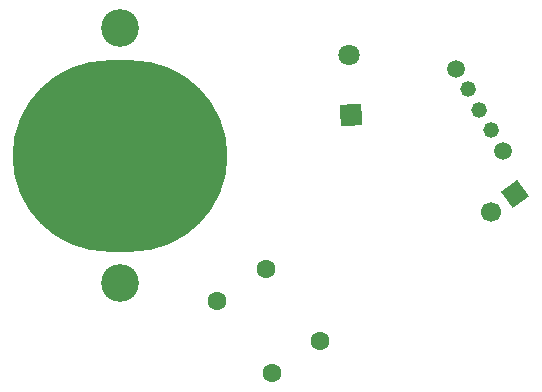
<source format=gbr>
%TF.GenerationSoftware,KiCad,Pcbnew,7.0.8*%
%TF.CreationDate,2024-01-17T10:12:41-07:00*%
%TF.ProjectId,Flex-E Rex 1_4,466c6578-2d45-4205-9265-7820315f342e,rev?*%
%TF.SameCoordinates,Original*%
%TF.FileFunction,Soldermask,Top*%
%TF.FilePolarity,Negative*%
%FSLAX46Y46*%
G04 Gerber Fmt 4.6, Leading zero omitted, Abs format (unit mm)*
G04 Created by KiCad (PCBNEW 7.0.8) date 2024-01-17 10:12:41*
%MOMM*%
%LPD*%
G01*
G04 APERTURE LIST*
G04 Aperture macros list*
%AMHorizOval*
0 Thick line with rounded ends*
0 $1 width*
0 $2 $3 position (X,Y) of the first rounded end (center of the circle)*
0 $4 $5 position (X,Y) of the second rounded end (center of the circle)*
0 Add line between two ends*
20,1,$1,$2,$3,$4,$5,0*
0 Add two circle primitives to create the rounded ends*
1,1,$1,$2,$3*
1,1,$1,$4,$5*%
%AMRotRect*
0 Rectangle, with rotation*
0 The origin of the aperture is its center*
0 $1 length*
0 $2 width*
0 $3 Rotation angle, in degrees counterclockwise*
0 Add horizontal line*
21,1,$1,$2,0,0,$3*%
G04 Aperture macros list end*
%ADD10C,1.800000*%
%ADD11RotRect,1.800000X1.800000X92.000000*%
%ADD12C,1.320800*%
%ADD13C,1.498600*%
%ADD14C,1.600000*%
%ADD15HorizOval,1.600000X0.000000X0.000000X0.000000X0.000000X0*%
%ADD16RotRect,1.700000X1.700000X306.000000*%
%ADD17HorizOval,1.700000X0.000000X0.000000X0.000000X0.000000X0*%
%ADD18O,18.204000X16.204000*%
%ADD19C,3.204000*%
G04 APERTURE END LIST*
D10*
%TO.C,D1*%
X81110833Y-36846557D03*
D11*
X81288122Y-41923462D03*
%TD*%
D12*
%TO.C,SW1*%
X93201161Y-43224202D03*
X92201161Y-41492150D03*
X91201161Y-39760099D03*
D13*
X94201161Y-44956252D03*
X90201161Y-38028049D03*
%TD*%
D14*
%TO.C,R2*%
X70014170Y-57714397D03*
D15*
X74600000Y-63800000D03*
%TD*%
D14*
%TO.C,R1*%
X74107085Y-54957199D03*
D15*
X78692915Y-61042802D03*
%TD*%
D16*
%TO.C,J1*%
X95231497Y-48650574D03*
D17*
X93176594Y-50143549D03*
%TD*%
D18*
%TO.C,BT1*%
X61800000Y-45400000D03*
D19*
X61800000Y-34600000D03*
X61800000Y-56200000D03*
%TD*%
M02*

</source>
